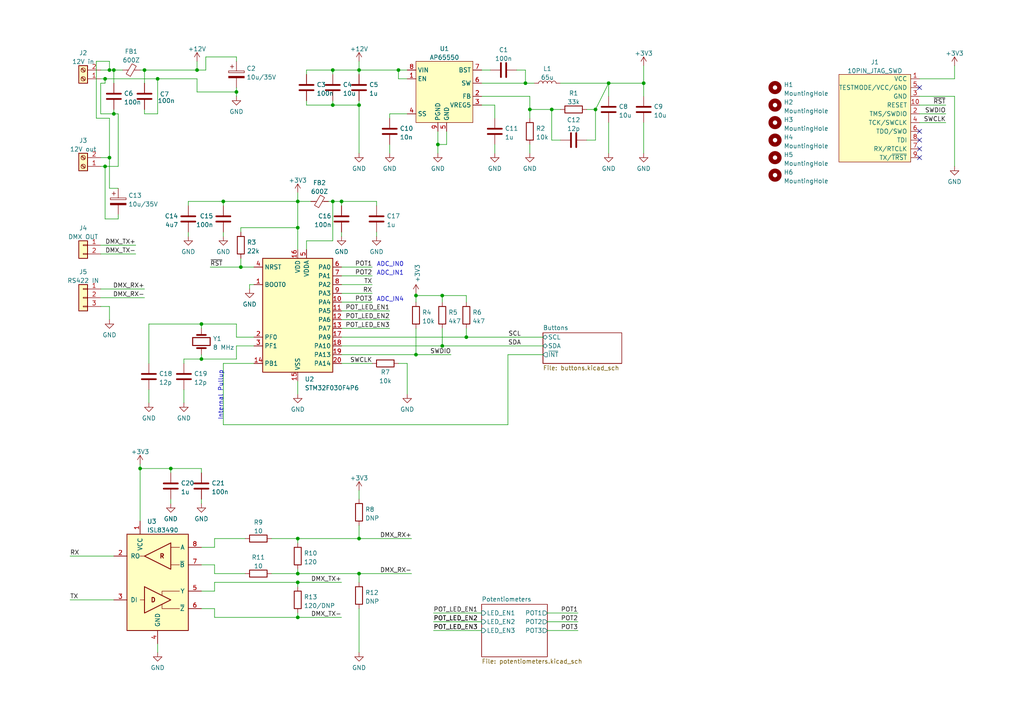
<source format=kicad_sch>
(kicad_sch (version 20211123) (generator eeschema)
  (paper "A4")
  (title_block (title "Microscope Ring Light Remote") (date "2022-07-23") (rev "v1.0") (company "Shimatta"))
  (lib_symbols
    (symbol "Connector:Screw_Terminal_01x02" (pin_names (offset 1.016) hide)
      (property "Reference" "J" (at 0 2.54 0))
      (property "Value" "Screw_Terminal_01x02" (at 0 -5.08 0))
      (symbol "Screw_Terminal_01x02_1_1"
        (rectangle (start -1.27 1.27) (end 1.27 -3.81) (stroke (width 0.254)) (fill (type background)))
        (circle (center 0 -2.54) (radius 0.635) (stroke (width 0.1524)))
        (polyline (pts (xy -0.5334 -2.2098) (xy 0.3302 -3.048)) (stroke (width 0.1524)))
        (polyline (pts (xy -0.5334 0.3302) (xy 0.3302 -0.508)) (stroke (width 0.1524)))
        (polyline (pts (xy -0.3556 -2.032) (xy 0.508 -2.8702)) (stroke (width 0.1524)))
        (polyline (pts (xy -0.3556 0.508) (xy 0.508 -0.3302)) (stroke (width 0.1524)))
        (circle (center 0 0) (radius 0.635) (stroke (width 0.1524)))
        (pin passive line (at -5.08 0 0) (length 3.81) (name "Pin_1") (number "1"))
        (pin passive line (at -5.08 -2.54 0) (length 3.81) (name "Pin_2") (number "2"))
      )
    )
    (symbol "Connector_Generic:Conn_01x02" (pin_names (offset 1.016) hide)
      (property "Reference" "J" (at 0 2.54 0))
      (property "Value" "Conn_01x02" (at 0 -5.08 0))
      (symbol "Conn_01x02_1_1"
        (rectangle (start -1.27 -2.413) (end 0 -2.667) (stroke (width 0.1524)))
        (rectangle (start -1.27 0.127) (end 0 -0.127) (stroke (width 0.1524)))
        (rectangle (start -1.27 1.27) (end 1.27 -3.81) (stroke (width 0.254)) (fill (type background)))
        (pin passive line (at -5.08 0 0) (length 3.81) (name "Pin_1") (number "1"))
        (pin passive line (at -5.08 -2.54 0) (length 3.81) (name "Pin_2") (number "2"))
      )
    )
    (symbol "Connector_Generic:Conn_01x03" (pin_names (offset 1.016) hide)
      (property "Reference" "J" (at 0 5.08 0))
      (property "Value" "Conn_01x03" (at 0 -5.08 0))
      (symbol "Conn_01x03_1_1"
        (rectangle (start -1.27 -2.413) (end 0 -2.667) (stroke (width 0.1524)))
        (rectangle (start -1.27 0.127) (end 0 -0.127) (stroke (width 0.1524)))
        (rectangle (start -1.27 2.667) (end 0 2.413) (stroke (width 0.1524)))
        (rectangle (start -1.27 3.81) (end 1.27 -3.81) (stroke (width 0.254)) (fill (type background)))
        (pin passive line (at -5.08 2.54 0) (length 3.81) (name "Pin_1") (number "1"))
        (pin passive line (at -5.08 0 0) (length 3.81) (name "Pin_2") (number "2"))
        (pin passive line (at -5.08 -2.54 0) (length 3.81) (name "Pin_3") (number "3"))
      )
    )
    (symbol "Device:C" (pin_numbers hide) (pin_names (offset 0.254))
      (property "Reference" "C" (at 0.635 2.54 0))
      (property "Value" "C" (at 0.635 -2.54 0))
      (symbol "C_0_1"
        (polyline (pts (xy -2.032 -0.762) (xy 2.032 -0.762)) (stroke (width 0.508)))
        (polyline (pts (xy -2.032 0.762) (xy 2.032 0.762)) (stroke (width 0.508)))
      )
      (symbol "C_1_1"
        (pin passive line (at 0 3.81 270) (length 2.794) (name "~") (number "1"))
        (pin passive line (at 0 -3.81 90) (length 2.794) (name "~") (number "2"))
      )
    )
    (symbol "Device:C_Polarized" (pin_numbers hide) (pin_names (offset 0.254))
      (property "Reference" "C" (at 0.635 2.54 0))
      (property "Value" "C_Polarized" (at 0.635 -2.54 0))
      (symbol "C_Polarized_0_1"
        (rectangle (start -2.286 0.508) (end 2.286 1.016))
        (polyline (pts (xy -1.778 2.286) (xy -0.762 2.286)))
        (polyline (pts (xy -1.27 2.794) (xy -1.27 1.778)))
        (rectangle (start 2.286 -0.508) (end -2.286 -1.016) (fill (type outline)))
      )
      (symbol "C_Polarized_1_1"
        (pin passive line (at 0 3.81 270) (length 2.794) (name "~") (number "1"))
        (pin passive line (at 0 -3.81 90) (length 2.794) (name "~") (number "2"))
      )
    )
    (symbol "Device:Crystal" (pin_numbers hide) (pin_names (offset 1.016) hide)
      (property "Reference" "Y" (at 0 3.81 0))
      (property "Value" "Crystal" (at 0 -3.81 0))
      (symbol "Crystal_0_1"
        (rectangle (start -1.143 2.54) (end 1.143 -2.54) (stroke (width 0.3048)))
        (polyline (pts (xy -2.54 0) (xy -1.905 0)))
        (polyline (pts (xy -1.905 -1.27) (xy -1.905 1.27)) (stroke (width 0.508)))
        (polyline (pts (xy 1.905 -1.27) (xy 1.905 1.27)) (stroke (width 0.508)))
        (polyline (pts (xy 2.54 0) (xy 1.905 0)))
      )
      (symbol "Crystal_1_1"
        (pin passive line (at -3.81 0 0) (length 1.27) (name "1") (number "1"))
        (pin passive line (at 3.81 0 180) (length 1.27) (name "2") (number "2"))
      )
    )
    (symbol "Device:FerriteBead_Small" (pin_numbers hide) (pin_names (offset 0))
      (property "Reference" "FB" (at 1.905 1.27 0))
      (property "Value" "FerriteBead_Small" (at 1.905 -1.27 0))
      (symbol "FerriteBead_Small_0_1"
        (polyline (pts (xy 0 -1.27) (xy 0 -0.7874)))
        (polyline (pts (xy 0 0.889) (xy 0 1.2954)))
        (polyline (pts (xy -1.8288 0.2794) (xy -1.1176 1.4986) (xy 1.8288 -0.2032) (xy 1.1176 -1.4224) (xy -1.8288 0.2794)))
      )
      (symbol "FerriteBead_Small_1_1"
        (pin passive line (at 0 2.54 270) (length 1.27) (name "~") (number "1"))
        (pin passive line (at 0 -2.54 90) (length 1.27) (name "~") (number "2"))
      )
    )
    (symbol "Device:L" (pin_numbers hide) (pin_names (offset 1.016) hide)
      (property "Reference" "L" (at -1.27 0 90))
      (property "Value" "L" (at 1.905 0 90))
      (symbol "L_0_1"
        (arc (start 0 -2.54) (mid 0.635 -1.905) (end 0 -1.27))
        (arc (start 0 -1.27) (mid 0.635 -0.635) (end 0 0))
        (arc (start 0 0) (mid 0.635 0.635) (end 0 1.27))
        (arc (start 0 1.27) (mid 0.635 1.905) (end 0 2.54))
      )
      (symbol "L_1_1"
        (pin passive line (at 0 3.81 270) (length 1.27) (name "1") (number "1"))
        (pin passive line (at 0 -3.81 90) (length 1.27) (name "2") (number "2"))
      )
    )
    (symbol "Device:R" (pin_numbers hide) (pin_names (offset 0))
      (property "Reference" "R" (at 2.032 0 90))
      (property "Value" "R" (at 0 0 90))
      (symbol "R_0_1"
        (rectangle (start -1.016 -2.54) (end 1.016 2.54) (stroke (width 0.254)))
      )
      (symbol "R_1_1"
        (pin passive line (at 0 3.81 270) (length 1.27) (name "~") (number "1"))
        (pin passive line (at 0 -3.81 90) (length 1.27) (name "~") (number "2"))
      )
    )
    (symbol "MCU_ST_STM32F0:STM32F030F4Px"
      (property "Reference" "U" (at -10.16 16.51 0))
      (property "Value" "STM32F030F4Px" (at 5.08 16.51 0))
      (symbol "STM32F030F4Px_0_1"
        (rectangle (start -10.16 -17.78) (end 10.16 15.24) (stroke (width 0.254)) (fill (type background)))
      )
      (symbol "STM32F030F4Px_1_1"
        (pin input line (at -12.7 7.62 0) (length 2.54) (name "BOOT0") (number "1"))
        (pin bidirectional line (at 12.7 2.54 180) (length 2.54) (name "PA4") (number "10"))
        (pin bidirectional line (at 12.7 0 180) (length 2.54) (name "PA5") (number "11"))
        (pin bidirectional line (at 12.7 -2.54 180) (length 2.54) (name "PA6") (number "12"))
        (pin bidirectional line (at 12.7 -5.08 180) (length 2.54) (name "PA7") (number "13"))
        (pin bidirectional line (at -12.7 -15.24 0) (length 2.54) (name "PB1") (number "14"))
        (pin power_in line (at 0 -20.32 90) (length 2.54) (name "VSS") (number "15"))
        (pin power_in line (at 0 17.78 270) (length 2.54) (name "VDD") (number "16"))
        (pin bidirectional line (at 12.7 -7.62 180) (length 2.54) (name "PA9") (number "17"))
        (pin bidirectional line (at 12.7 -10.16 180) (length 2.54) (name "PA10") (number "18"))
        (pin bidirectional line (at 12.7 -12.7 180) (length 2.54) (name "PA13") (number "19"))
        (pin input line (at -12.7 -7.62 0) (length 2.54) (name "PF0") (number "2"))
        (pin bidirectional line (at 12.7 -15.24 180) (length 2.54) (name "PA14") (number "20"))
        (pin input line (at -12.7 -10.16 0) (length 2.54) (name "PF1") (number "3"))
        (pin input line (at -12.7 12.7 0) (length 2.54) (name "NRST") (number "4"))
        (pin power_in line (at 2.54 17.78 270) (length 2.54) (name "VDDA") (number "5"))
        (pin bidirectional line (at 12.7 12.7 180) (length 2.54) (name "PA0") (number "6"))
        (pin bidirectional line (at 12.7 10.16 180) (length 2.54) (name "PA1") (number "7"))
        (pin bidirectional line (at 12.7 7.62 180) (length 2.54) (name "PA2") (number "8"))
        (pin bidirectional line (at 12.7 5.08 180) (length 2.54) (name "PA3") (number "9"))
      )
    )
    (symbol "Mechanical:MountingHole" (pin_names (offset 1.016))
      (property "Reference" "H" (at 0 5.08 0))
      (property "Value" "MountingHole" (at 0 3.175 0))
      (symbol "MountingHole_0_1"
        (circle (center 0 0) (radius 1.27) (stroke (width 1.27)))
      )
    )
    (symbol "power:+12V" (power) (pin_names (offset 0))
      (property "Value" "+12V" (at 0 3.556 0))
      (symbol "+12V_0_1"
        (polyline (pts (xy -0.762 1.27) (xy 0 2.54)))
        (polyline (pts (xy 0 0) (xy 0 2.54)))
        (polyline (pts (xy 0 2.54) (xy 0.762 1.27)))
      )
      (symbol "+12V_1_1"
        (pin power_in line (at 0 0 90) (length 0) hide (name "+12V") (number "1"))
      )
    )
    (symbol "power:+3V3" (power) (pin_names (offset 0))
      (property "Value" "+3V3" (at 0 3.556 0))
      (symbol "+3V3_0_1"
        (polyline (pts (xy -0.762 1.27) (xy 0 2.54)))
        (polyline (pts (xy 0 0) (xy 0 2.54)))
        (polyline (pts (xy 0 2.54) (xy 0.762 1.27)))
      )
      (symbol "+3V3_1_1"
        (pin power_in line (at 0 0 90) (length 0) hide (name "+3V3") (number "1"))
      )
    )
    (symbol "power:GND" (power) (pin_names (offset 0))
      (property "Value" "GND" (at 0 -3.81 0))
      (symbol "GND_0_1"
        (polyline (pts (xy 0 0) (xy 0 -1.27) (xy 1.27 -1.27) (xy 0 -2.54) (xy -1.27 -1.27) (xy 0 -1.27)))
      )
      (symbol "GND_1_1"
        (pin power_in line (at 0 0 270) (length 0) hide (name "GND") (number "1"))
      )
    )
    (symbol "shimatta_connectors:10PIN_JTAG_SWD" (pin_names (offset 1.016))
      (property "Reference" "J" (at -7.112 1.016 0))
      (property "Value" "10PIN_JTAG_SWD" (at 0.254 2.794 0))
      (symbol "10PIN_JTAG_SWD_0_1"
        (rectangle (start -20.828 0) (end 0 -25.4) (fill (type background)))
      )
      (symbol "10PIN_JTAG_SWD_1_1"
        (pin passive line (at 2.54 -1.27 180) (length 2.54) (name "VCC") (number "1"))
        (pin passive line (at 2.54 -8.89 180) (length 2.54) (name "RESET") (number "10"))
        (pin passive line (at 2.54 -11.43 180) (length 2.54) (name "TMS/SWDIO") (number "2"))
        (pin passive line (at 2.54 -6.35 180) (length 2.54) (name "GND") (number "3"))
        (pin passive line (at 2.54 -13.97 180) (length 2.54) (name "TCK/SWCLK") (number "4"))
        (pin passive line (at 2.54 -3.81 180) (length 2.54) (name "TESTMODE/VCC/GND") (number "5"))
        (pin passive line (at 2.54 -16.51 180) (length 2.54) (name "TDO/SWO") (number "6"))
        (pin passive line (at 2.54 -21.59 180) (length 2.54) (name "RX/RTCLK") (number "7"))
        (pin passive line (at 2.54 -19.05 180) (length 2.54) (name "TDI") (number "8"))
        (pin passive line (at 2.54 -24.13 180) (length 2.54) (name "TX/~{TRST}") (number "9"))
      )
    )
    (symbol "shimatta_interface:ISL83490" (pin_names (offset 1.016))
      (property "Reference" "U" (at -7.62 -15.24 0))
      (property "Value" "ISL83490" (at 0 15.24 0))
      (symbol "ISL83490_0_0"
        (text "D" (at -1.27 -5.08 0) (effects (font (size 1.27 1.27) bold)))
        (text "R" (at 1.27 7.62 0) (effects (font (size 1.27 1.27) bold)))
      )
      (symbol "ISL83490_0_1"
        (rectangle (start -8.89 13.97) (end 8.89 -13.97) (stroke (width 0.254)) (fill (type background)))
        (polyline (pts (xy -5.08 -5.08) (xy -3.81 -5.08)))
        (polyline (pts (xy -3.81 7.62) (xy -5.08 7.62)))
        (polyline (pts (xy 6.35 5.08) (xy 3.81 5.08) (xy 3.81 5.08)))
        (polyline (pts (xy 6.35 10.16) (xy 3.81 10.16) (xy 3.81 10.16)))
        (polyline (pts (xy 6.35 -7.62) (xy 1.27 -7.62) (xy 1.27 -6.35) (xy 1.27 -6.35)))
        (polyline (pts (xy 6.35 -2.54) (xy 1.27 -2.54) (xy 1.27 -3.81) (xy 1.27 -3.81)))
        (polyline (pts (xy -3.81 -1.27) (xy -3.81 -8.89) (xy 3.81 -5.08) (xy -3.81 -1.27) (xy -3.81 -1.27)) (stroke (width 0.254)))
        (polyline (pts (xy 3.81 11.43) (xy 3.81 3.81) (xy -3.81 7.62) (xy 3.81 11.43) (xy 3.81 11.43)) (stroke (width 0.254)))
      )
      (symbol "ISL83490_1_1"
        (pin power_in line (at -5.08 17.78 270) (length 3.81) (name "VCC") (number "1"))
        (pin output line (at -12.7 7.62 0) (length 3.81) (name "RO") (number "2"))
        (pin input line (at -12.7 -5.08 0) (length 3.81) (name "DI") (number "3"))
        (pin power_in line (at 0 -17.78 90) (length 3.81) (name "GND") (number "4"))
        (pin output line (at 12.7 -2.54 180) (length 3.81) (name "Y") (number "5"))
        (pin output line (at 12.7 -7.62 180) (length 3.81) (name "~{Z}") (number "6"))
        (pin input line (at 12.7 5.08 180) (length 3.81) (name "~{B}") (number "7"))
        (pin input line (at 12.7 10.16 180) (length 3.81) (name "A") (number "8"))
      )
    )
    (symbol "shimatta_regulators:AP65550"
      (property "Reference" "U" (at 1.27 1.27 0))
      (property "Value" "AP65550" (at 12.7 1.27 0))
      (symbol "AP65550_0_1"
        (rectangle (start 0 0) (end 16.51 -17.78) (stroke (width 0.1524)) (fill (type background)))
      )
      (symbol "AP65550_1_1"
        (pin input line (at -2.54 -5.08 0) (length 2.54) (name "EN") (number "1"))
        (pin input line (at 19.05 -10.16 180) (length 2.54) (name "FB") (number "2"))
        (pin passive line (at 19.05 -12.7 180) (length 2.54) (name "VREG5") (number "3"))
        (pin passive line (at -2.54 -15.24 0) (length 2.54) (name "SS") (number "4"))
        (pin power_in line (at 8.89 -20.32 90) (length 2.54) (name "GND") (number "5"))
        (pin power_out line (at 19.05 -6.35 180) (length 2.54) (name "SW") (number "6"))
        (pin passive line (at 19.05 -2.54 180) (length 2.54) (name "BST") (number "7"))
        (pin power_in line (at -2.54 -2.54 0) (length 2.54) (name "VIN") (number "8"))
        (pin power_in line (at 6.35 -20.32 90) (length 2.54) (name "PGND") (number "9"))
      )
    )
  )
  (junction (at 49.53 135.89))
  (junction (at 57.15 20.32))
  (junction (at 69.85 77.47))
  (junction (at 68.58 26.67))
  (junction (at 96.52 58.42))
  (junction (at 176.53 24.13))
  (junction (at 41.91 20.32))
  (junction (at 86.36 168.91))
  (junction (at 127 41.91))
  (junction (at 96.52 20.32))
  (junction (at 135.255 97.79))
  (junction (at 58.42 104.14))
  (junction (at 86.36 66.04))
  (junction (at 30.48 22.86))
  (junction (at 86.36 58.42))
  (junction (at 30.48 48.26))
  (junction (at 40.64 135.89))
  (junction (at 160.02 31.75))
  (junction (at 186.69 24.13))
  (junction (at 99.06 58.42))
  (junction (at 86.36 156.21))
  (junction (at 33.02 20.32))
  (junction (at 115.57 20.32))
  (junction (at 58.42 93.98))
  (junction (at 172.72 31.75))
  (junction (at 152.4 24.13))
  (junction (at 128.27 100.33))
  (junction (at 86.36 166.37))
  (junction (at 104.14 30.48))
  (junction (at 120.65 102.87))
  (junction (at 153.67 31.75))
  (junction (at 31.75 45.72))
  (junction (at 96.52 30.48))
  (junction (at 31.75 20.32))
  (junction (at 86.36 179.07))
  (junction (at 104.14 166.37))
  (junction (at 128.27 85.725))
  (junction (at 64.77 58.42))
  (junction (at 45.72 22.86))
  (junction (at 104.14 20.32))
  (junction (at 120.65 85.725))
  (junction (at 104.14 156.21))
  (junction (at 33.02 33.02))
  (no_connect (at 266.7 38.1))
  (no_connect (at 266.7 40.64))
  (no_connect (at 266.7 45.72))
  (no_connect (at 266.7 43.18))
  (no_connect (at 266.7 25.4))
  (wire (pts (xy 99.06 67.31) (xy 99.06 68.58)))
  (wire (pts (xy 78.74 156.21) (xy 86.36 156.21)))
  (wire (pts (xy 64.77 58.42) (xy 86.36 58.42)))
  (wire (pts (xy 86.36 156.21) (xy 86.36 157.48)))
  (wire (pts (xy 86.36 156.21) (xy 104.14 156.21)))
  (wire (pts (xy 104.14 17.78) (xy 104.14 20.32)))
  (wire (pts (xy 153.67 41.91) (xy 153.67 44.45)))
  (wire (pts (xy 120.65 85.725) (xy 120.65 85.09)))
  (wire (pts (xy 40.64 135.89) (xy 40.64 151.13)))
  (wire (pts (xy 125.73 180.34) (xy 139.7 180.34)))
  (wire (pts (xy 176.53 24.13) (xy 186.69 24.13)))
  (wire (pts (xy 129.54 41.91) (xy 129.54 38.1)))
  (wire (pts (xy 73.66 82.55) (xy 72.39 82.55)))
  (wire (pts (xy 153.67 27.94) (xy 139.7 27.94)))
  (wire (pts (xy 109.22 58.42) (xy 109.22 59.69)))
  (wire (pts (xy 104.14 20.32) (xy 104.14 21.59)))
  (wire (pts (xy 31.75 34.29) (xy 27.94 34.29)))
  (wire (pts (xy 128.27 100.33) (xy 157.48 100.33)))
  (wire (pts (xy 30.48 22.86) (xy 45.72 22.86)))
  (wire (pts (xy 62.23 171.45) (xy 62.23 168.91)))
  (wire (pts (xy 99.06 82.55) (xy 107.95 82.55)))
  (wire (pts (xy 58.42 176.53) (xy 62.23 176.53)))
  (wire (pts (xy 115.57 20.32) (xy 104.14 20.32)))
  (wire (pts (xy 86.36 110.49) (xy 86.36 114.3)))
  (wire (pts (xy 64.77 67.31) (xy 64.77 68.58)))
  (wire (pts (xy 34.29 62.23) (xy 34.29 63.5)))
  (wire (pts (xy 99.06 58.42) (xy 109.22 58.42)))
  (wire (pts (xy 43.18 93.98) (xy 43.18 105.41)))
  (wire (pts (xy 128.27 85.725) (xy 135.255 85.725)))
  (wire (pts (xy 172.72 40.64) (xy 172.72 31.75)))
  (wire (pts (xy 172.72 31.75) (xy 176.53 24.13)))
  (wire (pts (xy 96.52 30.48) (xy 88.9 30.48)))
  (wire (pts (xy 64.77 105.41) (xy 64.77 123.19)))
  (wire (pts (xy 62.23 166.37) (xy 71.12 166.37)))
  (wire (pts (xy 99.06 58.42) (xy 99.06 59.69)))
  (wire (pts (xy 186.69 24.13) (xy 186.69 27.94)))
  (wire (pts (xy 157.48 102.87) (xy 147.32 102.87)))
  (wire (pts (xy 31.75 45.72) (xy 31.75 54.61)))
  (wire (pts (xy 58.42 158.75) (xy 62.23 158.75)))
  (wire (pts (xy 120.65 87.63) (xy 120.65 85.725)))
  (wire (pts (xy 40.64 134.62) (xy 40.64 135.89)))
  (wire (pts (xy 88.9 21.59) (xy 88.9 20.32)))
  (wire (pts (xy 115.57 22.86) (xy 115.57 20.32)))
  (wire (pts (xy 99.06 105.41) (xy 107.95 105.41)))
  (wire (pts (xy 59.69 20.32) (xy 57.15 20.32)))
  (wire (pts (xy 120.65 85.725) (xy 128.27 85.725)))
  (wire (pts (xy 54.61 67.31) (xy 54.61 68.58)))
  (wire (pts (xy 99.06 92.71) (xy 113.03 92.71)))
  (wire (pts (xy 160.02 31.75) (xy 162.56 31.75)))
  (wire (pts (xy 49.53 135.89) (xy 49.53 137.16)))
  (wire (pts (xy 266.7 22.86) (xy 276.86 22.86)))
  (wire (pts (xy 266.7 30.48) (xy 274.32 30.48)))
  (wire (pts (xy 147.32 102.87) (xy 147.32 123.19)))
  (wire (pts (xy 29.21 86.36) (xy 41.91 86.36)))
  (wire (pts (xy 58.42 93.98) (xy 43.18 93.98)))
  (wire (pts (xy 99.06 100.33) (xy 128.27 100.33)))
  (wire (pts (xy 69.85 66.04) (xy 86.36 66.04)))
  (wire (pts (xy 128.27 95.25) (xy 128.27 100.33)))
  (wire (pts (xy 88.9 20.32) (xy 96.52 20.32)))
  (wire (pts (xy 58.42 171.45) (xy 62.23 171.45)))
  (wire (pts (xy 139.7 30.48) (xy 143.51 30.48)))
  (wire (pts (xy 127 41.91) (xy 127 44.45)))
  (wire (pts (xy 135.255 95.25) (xy 135.255 97.79)))
  (wire (pts (xy 64.77 105.41) (xy 73.66 105.41)))
  (wire (pts (xy 127 38.1) (xy 127 41.91)))
  (wire (pts (xy 64.77 58.42) (xy 64.77 59.69)))
  (wire (pts (xy 59.69 16.51) (xy 59.69 20.32)))
  (wire (pts (xy 153.67 31.75) (xy 160.02 31.75)))
  (wire (pts (xy 109.22 67.31) (xy 109.22 68.58)))
  (wire (pts (xy 96.52 58.42) (xy 96.52 69.85)))
  (wire (pts (xy 170.18 31.75) (xy 172.72 31.75)))
  (wire (pts (xy 68.58 104.14) (xy 58.42 104.14)))
  (wire (pts (xy 53.34 113.03) (xy 53.34 116.84)))
  (wire (pts (xy 62.23 158.75) (xy 62.23 156.21)))
  (wire (pts (xy 125.73 182.88) (xy 139.7 182.88)))
  (wire (pts (xy 68.58 26.67) (xy 68.58 27.94)))
  (wire (pts (xy 33.02 20.32) (xy 35.56 20.32)))
  (wire (pts (xy 57.15 26.67) (xy 68.58 26.67)))
  (wire (pts (xy 29.21 83.82) (xy 41.91 83.82)))
  (wire (pts (xy 29.21 73.66) (xy 39.37 73.66)))
  (wire (pts (xy 69.85 67.31) (xy 69.85 66.04)))
  (wire (pts (xy 266.7 27.94) (xy 276.86 27.94)))
  (wire (pts (xy 104.14 142.24) (xy 104.14 144.78)))
  (wire (pts (xy 20.32 161.29) (xy 33.02 161.29)))
  (wire (pts (xy 45.72 33.02) (xy 45.72 22.86)))
  (wire (pts (xy 62.23 179.07) (xy 86.36 179.07)))
  (wire (pts (xy 27.94 34.29) (xy 27.94 17.78)))
  (wire (pts (xy 53.34 104.14) (xy 53.34 105.41)))
  (wire (pts (xy 86.36 179.07) (xy 99.06 179.07)))
  (wire (pts (xy 96.52 20.32) (xy 104.14 20.32)))
  (wire (pts (xy 186.69 19.05) (xy 186.69 24.13)))
  (wire (pts (xy 158.75 177.8) (xy 167.64 177.8)))
  (wire (pts (xy 86.36 165.1) (xy 86.36 166.37)))
  (wire (pts (xy 135.255 97.79) (xy 157.48 97.79)))
  (wire (pts (xy 147.32 123.19) (xy 64.77 123.19)))
  (wire (pts (xy 29.21 33.02) (xy 29.21 24.13)))
  (wire (pts (xy 33.02 31.75) (xy 33.02 33.02)))
  (wire (pts (xy 96.52 30.48) (xy 104.14 30.48)))
  (wire (pts (xy 158.75 182.88) (xy 167.64 182.88)))
  (wire (pts (xy 99.06 87.63) (xy 107.95 87.63)))
  (wire (pts (xy 153.67 31.75) (xy 153.67 27.94)))
  (wire (pts (xy 58.42 163.83) (xy 62.23 163.83)))
  (wire (pts (xy 152.4 20.32) (xy 152.4 24.13)))
  (wire (pts (xy 176.53 24.13) (xy 176.53 27.94)))
  (wire (pts (xy 115.57 105.41) (xy 118.11 105.41)))
  (wire (pts (xy 104.14 29.21) (xy 104.14 30.48)))
  (wire (pts (xy 86.36 168.91) (xy 86.36 170.18)))
  (wire (pts (xy 104.14 156.21) (xy 119.38 156.21)))
  (wire (pts (xy 54.61 58.42) (xy 64.77 58.42)))
  (wire (pts (xy 96.52 58.42) (xy 99.06 58.42)))
  (wire (pts (xy 57.15 17.78) (xy 57.15 20.32)))
  (wire (pts (xy 41.91 31.75) (xy 41.91 33.02)))
  (wire (pts (xy 276.86 19.05) (xy 276.86 22.86)))
  (wire (pts (xy 45.72 186.69) (xy 45.72 189.23)))
  (wire (pts (xy 30.48 63.5) (xy 30.48 48.26)))
  (wire (pts (xy 104.14 166.37) (xy 104.14 168.91)))
  (wire (pts (xy 34.29 48.26) (xy 34.29 33.02)))
  (wire (pts (xy 266.7 33.02) (xy 274.32 33.02)))
  (wire (pts (xy 41.91 20.32) (xy 41.91 24.13)))
  (wire (pts (xy 128.27 85.725) (xy 128.27 87.63)))
  (wire (pts (xy 78.74 166.37) (xy 86.36 166.37)))
  (wire (pts (xy 88.9 30.48) (xy 88.9 29.21)))
  (wire (pts (xy 104.14 166.37) (xy 119.38 166.37)))
  (wire (pts (xy 86.36 166.37) (xy 104.14 166.37)))
  (wire (pts (xy 99.06 80.01) (xy 107.95 80.01)))
  (wire (pts (xy 40.64 20.32) (xy 41.91 20.32)))
  (wire (pts (xy 99.06 97.79) (xy 135.255 97.79)))
  (wire (pts (xy 113.03 41.91) (xy 113.03 44.45)))
  (wire (pts (xy 120.65 95.25) (xy 120.65 102.87)))
  (wire (pts (xy 125.73 177.8) (xy 139.7 177.8)))
  (wire (pts (xy 139.7 20.32) (xy 142.24 20.32)))
  (wire (pts (xy 68.58 17.78) (xy 68.58 16.51)))
  (wire (pts (xy 86.36 177.8) (xy 86.36 179.07)))
  (wire (pts (xy 86.36 168.91) (xy 99.06 168.91)))
  (wire (pts (xy 58.42 104.14) (xy 58.42 102.87)))
  (wire (pts (xy 96.52 20.32) (xy 96.52 21.59)))
  (wire (pts (xy 118.11 33.02) (xy 113.03 33.02)))
  (wire (pts (xy 99.06 102.87) (xy 120.65 102.87)))
  (wire (pts (xy 29.21 48.26) (xy 30.48 48.26)))
  (wire (pts (xy 54.61 59.69) (xy 54.61 58.42)))
  (wire (pts (xy 118.11 22.86) (xy 115.57 22.86)))
  (wire (pts (xy 33.02 33.02) (xy 29.21 33.02)))
  (wire (pts (xy 69.85 77.47) (xy 73.66 77.47)))
  (wire (pts (xy 34.29 63.5) (xy 30.48 63.5)))
  (wire (pts (xy 99.06 77.47) (xy 107.95 77.47)))
  (wire (pts (xy 162.56 24.13) (xy 176.53 24.13)))
  (wire (pts (xy 99.06 90.17) (xy 113.03 90.17)))
  (wire (pts (xy 45.72 22.86) (xy 57.15 22.86)))
  (wire (pts (xy 29.21 22.86) (xy 30.48 22.86)))
  (wire (pts (xy 68.58 93.98) (xy 68.58 97.79)))
  (wire (pts (xy 58.42 137.16) (xy 58.42 135.89)))
  (wire (pts (xy 96.52 29.21) (xy 96.52 30.48)))
  (wire (pts (xy 41.91 33.02) (xy 45.72 33.02)))
  (wire (pts (xy 40.64 135.89) (xy 49.53 135.89)))
  (wire (pts (xy 58.42 93.98) (xy 68.58 93.98)))
  (wire (pts (xy 120.65 102.87) (xy 130.81 102.87)))
  (wire (pts (xy 31.75 17.78) (xy 31.75 20.32)))
  (wire (pts (xy 99.06 95.25) (xy 113.03 95.25)))
  (wire (pts (xy 95.25 58.42) (xy 96.52 58.42)))
  (wire (pts (xy 30.48 24.13) (xy 30.48 22.86)))
  (wire (pts (xy 143.51 41.91) (xy 143.51 44.45)))
  (wire (pts (xy 86.36 58.42) (xy 90.17 58.42)))
  (wire (pts (xy 33.02 20.32) (xy 33.02 24.13)))
  (wire (pts (xy 62.23 176.53) (xy 62.23 179.07)))
  (wire (pts (xy 152.4 24.13) (xy 154.94 24.13)))
  (wire (pts (xy 30.48 48.26) (xy 34.29 48.26)))
  (wire (pts (xy 60.96 77.47) (xy 69.85 77.47)))
  (wire (pts (xy 62.23 163.83) (xy 62.23 166.37)))
  (wire (pts (xy 29.21 24.13) (xy 30.48 24.13)))
  (wire (pts (xy 58.42 144.78) (xy 58.42 146.05)))
  (wire (pts (xy 149.86 20.32) (xy 152.4 20.32)))
  (wire (pts (xy 31.75 88.9) (xy 31.75 92.71)))
  (wire (pts (xy 68.58 25.4) (xy 68.58 26.67)))
  (wire (pts (xy 86.36 55.88) (xy 86.36 58.42)))
  (wire (pts (xy 68.58 100.33) (xy 68.58 104.14)))
  (wire (pts (xy 276.86 27.94) (xy 276.86 48.26)))
  (wire (pts (xy 104.14 176.53) (xy 104.14 189.23)))
  (wire (pts (xy 115.57 20.32) (xy 118.11 20.32)))
  (wire (pts (xy 31.75 45.72) (xy 31.75 34.29)))
  (wire (pts (xy 186.69 35.56) (xy 186.69 44.45)))
  (wire (pts (xy 86.36 58.42) (xy 86.36 66.04)))
  (wire (pts (xy 266.7 35.56) (xy 274.32 35.56)))
  (wire (pts (xy 29.21 88.9) (xy 31.75 88.9)))
  (wire (pts (xy 20.32 173.99) (xy 33.02 173.99)))
  (wire (pts (xy 127 41.91) (xy 129.54 41.91)))
  (wire (pts (xy 99.06 85.09) (xy 107.95 85.09)))
  (wire (pts (xy 143.51 30.48) (xy 143.51 34.29)))
  (wire (pts (xy 49.53 135.89) (xy 58.42 135.89)))
  (wire (pts (xy 113.03 33.02) (xy 113.03 34.29)))
  (wire (pts (xy 73.66 100.33) (xy 68.58 100.33)))
  (wire (pts (xy 162.56 40.64) (xy 160.02 40.64)))
  (wire (pts (xy 58.42 104.14) (xy 53.34 104.14)))
  (wire (pts (xy 62.23 156.21) (xy 71.12 156.21)))
  (wire (pts (xy 58.42 95.25) (xy 58.42 93.98)))
  (wire (pts (xy 160.02 31.75) (xy 160.02 40.64)))
  (wire (pts (xy 176.53 35.56) (xy 176.53 44.45)))
  (wire (pts (xy 72.39 82.55) (xy 72.39 83.82)))
  (wire (pts (xy 139.7 24.13) (xy 152.4 24.13)))
  (wire (pts (xy 29.21 71.12) (xy 39.37 71.12)))
  (wire (pts (xy 118.11 105.41) (xy 118.11 114.3)))
  (wire (pts (xy 41.91 20.32) (xy 57.15 20.32)))
  (wire (pts (xy 29.21 45.72) (xy 31.75 45.72)))
  (wire (pts (xy 96.52 69.85) (xy 88.9 69.85)))
  (wire (pts (xy 170.18 40.64) (xy 172.72 40.64)))
  (wire (pts (xy 135.255 85.725) (xy 135.255 87.63)))
  (wire (pts (xy 68.58 16.51) (xy 59.69 16.51)))
  (wire (pts (xy 158.75 180.34) (xy 167.64 180.34)))
  (wire (pts (xy 34.29 33.02) (xy 33.02 33.02)))
  (wire (pts (xy 88.9 69.85) (xy 88.9 72.39)))
  (wire (pts (xy 68.58 97.79) (xy 73.66 97.79)))
  (wire (pts (xy 153.67 34.29) (xy 153.67 31.75)))
  (wire (pts (xy 31.75 20.32) (xy 33.02 20.32)))
  (wire (pts (xy 49.53 144.78) (xy 49.53 146.05)))
  (wire (pts (xy 62.23 168.91) (xy 86.36 168.91)))
  (wire (pts (xy 86.36 66.04) (xy 86.36 72.39)))
  (wire (pts (xy 57.15 22.86) (xy 57.15 26.67)))
  (wire (pts (xy 29.21 20.32) (xy 31.75 20.32)))
  (wire (pts (xy 69.85 74.93) (xy 69.85 77.47)))
  (wire (pts (xy 104.14 30.48) (xy 104.14 44.45)))
  (wire (pts (xy 31.75 54.61) (xy 34.29 54.61)))
  (wire (pts (xy 104.14 152.4) (xy 104.14 156.21)))
  (wire (pts (xy 27.94 17.78) (xy 31.75 17.78)))
  (wire (pts (xy 43.18 113.03) (xy 43.18 116.84)))
  (text "ADC_IN1" (at 109.22 80.01 0) (effects (font (size 1.27 1.27)) (justify left bottom)))
  (text "Internal Pullup" (at 64.77 121.92 90) (effects (font (size 1.27 1.27)) (justify left bottom)))
  (text "ADC_IN4" (at 109.22 87.63 0) (effects (font (size 1.27 1.27)) (justify left bottom)))
  (text "ADC_IN0" (at 109.22 77.47 0) (effects (font (size 1.27 1.27)) (justify left bottom)))
  (label "DMX_RX+" (at 41.91 83.82 180))
  (label "POT_LED_EN3" (at 125.73 182.88 0))
  (label "POT_LED_EN2" (at 125.73 180.34 0))
  (label "POT1" (at 167.64 177.8 180))
  (label "SWDIO" (at 274.32 33.02 180))
  (label "DMX_TX-" (at 39.37 73.66 180))
  (label "POT_LED_EN3" (at 125.73 182.88 0))
  (label "POT_LED_EN1" (at 113.03 90.17 180))
  (label "POT_LED_EN2" (at 125.73 180.34 0))
  (label "POT2" (at 167.64 180.34 180))
  (label "SCL" (at 151.13 97.79 180))
  (label "~{RST}" (at 274.32 30.48 180))
  (label "TX" (at 107.95 82.55 180))
  (label "DMX_TX+" (at 99.06 168.91 180))
  (label "POT3" (at 107.95 87.63 180))
  (label "SWDIO" (at 130.81 102.87 180))
  (label "SWCLK" (at 274.32 35.56 180))
  (label "POT_LED_EN1" (at 125.73 177.8 0))
  (label "RX" (at 20.32 161.29 0))
  (label "POT_LED_EN2" (at 113.03 92.71 180))
  (label "POT2" (at 107.95 80.01 180))
  (label "DMX_RX+" (at 119.38 156.21 180))
  (label "POT3" (at 167.64 182.88 180))
  (label "DMX_RX-" (at 119.38 166.37 180))
  (label "DMX_TX+" (at 39.37 71.12 180))
  (label "SWCLK" (at 107.95 105.41 180))
  (label "POT1" (at 107.95 77.47 180))
  (label "TX" (at 20.32 173.99 0))
  (label "~{RST}" (at 60.96 77.47 0))
  (label "DMX_RX-" (at 41.91 86.36 180))
  (label "RX" (at 107.95 85.09 180))
  (label "DMX_TX-" (at 99.06 179.07 180))
  (label "SDA" (at 151.13 100.33 180))
  (label "POT_LED_EN3" (at 113.03 95.25 180))
  (symbol (lib_id "shimatta_connectors:10PIN_JTAG_SWD") (at 264.16 21.59 0) (unit 1)
    (property "Reference" "J1" (at 253.746 18.0172 0))
    (property "Value" "10PIN_JTAG_SWD" (at 253.746 20.5541 0))
    (property "Footprint" "Connector:Tag-Connect_TC2050-IDC-FP_2x05_P1.27mm_Vertical" (effects hide))
  )
  (symbol (lib_id "Device:C") (at 186.69 31.75 0) (unit 1)
    (property "Reference" "C9" (at 189.611 30.9153 0) (effects (justify left)))
    (property "Value" "10u" (at 189.611 33.4522 0) (effects (justify left)))
    (property "Footprint" "Capacitor_SMD:C_0805_2012Metric" (effects hide))
  )
  (symbol (lib_id "Device:R") (at 69.85 71.12 0) (unit 1)
    (property "Reference" "R3" (at 71.628 70.2853 0) (effects (justify left)))
    (property "Value" "22k" (at 71.628 72.8222 0) (effects (justify left)))
    (property "Footprint" "Resistor_SMD:R_0603_1608Metric" (effects hide))
  )
  (symbol (lib_id "Device:C_Polarized") (at 34.29 58.42 0) (unit 1)
    (property "Reference" "C13" (at 37.211 56.6963 0) (effects (justify left)))
    (property "Value" "10u/35V" (at 37.211 59.2332 0) (effects (justify left)))
    (property "Footprint" "Capacitor_SMD:CP_Elec_5x5.4" (effects hide))
  )
  (symbol (lib_id "power:GND") (at 113.03 44.45 0) (unit 1)
    (property "Reference" "#PWR07" (effects hide))
    (property "Value" "GND" (at 113.03 48.8934 0))
  )
  (symbol (lib_id "power:GND") (at 127 44.45 0) (unit 1)
    (property "Reference" "#PWR08" (effects hide))
    (property "Value" "GND" (at 127 48.8934 0))
  )
  (symbol (lib_id "Device:C") (at 96.52 25.4 0) (unit 1)
    (property "Reference" "C4" (at 99.441 24.5653 0) (effects (justify left)))
    (property "Value" "10u" (at 99.441 27.1022 0) (effects (justify left)))
    (property "Footprint" "Capacitor_SMD:C_1210_3225Metric" (effects hide))
  )
  (symbol (lib_id "Connector_Generic:Conn_01x03") (at 24.13 86.36 0) (mirror y) (unit 1)
    (property "Reference" "J5" (at 24.13 78.8502 0))
    (property "Value" "RS422 IN" (at 24.13 81.3871 0))
    (property "Footprint" "TerminalBlock:TerminalBlock_bornier-3_P5.08mm" (effects hide))
  )
  (symbol (lib_id "power:+3V3") (at 86.36 55.88 0) (unit 1)
    (property "Reference" "#PWR014" (effects hide))
    (property "Value" "+3V3" (at 86.36 52.3042 0))
  )
  (symbol (lib_id "Mechanical:MountingHole") (at 224.79 50.8 0) (unit 1)
    (property "Reference" "H6" (at 227.33 49.9653 0) (effects (justify left)))
    (property "Value" "MountingHole" (at 227.33 52.5022 0) (effects (justify left)))
    (property "Footprint" "MountingHole:MountingHole_3.2mm_M3_Pad_Via" (effects hide))
  )
  (symbol (lib_id "power:GND") (at 58.42 146.05 0) (unit 1)
    (property "Reference" "#PWR029" (effects hide))
    (property "Value" "GND" (at 58.42 150.4934 0))
  )
  (symbol (lib_id "Device:R") (at 104.14 172.72 0) (unit 1)
    (property "Reference" "R12" (at 105.918 171.8853 0) (effects (justify left)))
    (property "Value" "DNP" (at 105.918 174.4222 0) (effects (justify left)))
    (property "Footprint" "Resistor_SMD:R_MiniMELF_MMA-0204" (effects hide))
  )
  (symbol (lib_id "Device:R") (at 120.65 91.44 0) (unit 1)
    (property "Reference" "R4" (at 122.428 90.6053 0) (effects (justify left)))
    (property "Value" "10k" (at 122.428 93.1422 0) (effects (justify left)))
    (property "Footprint" "Resistor_SMD:R_0603_1608Metric" (effects hide))
  )
  (symbol (lib_id "Mechanical:MountingHole") (at 224.79 40.64 0) (unit 1)
    (property "Reference" "H4" (at 227.33 39.8053 0) (effects (justify left)))
    (property "Value" "MountingHole" (at 227.33 42.3422 0) (effects (justify left)))
    (property "Footprint" "MountingHole:MountingHole_3.2mm_M3_Pad_Via" (effects hide))
  )
  (symbol (lib_id "Device:C") (at 104.14 25.4 0) (unit 1)
    (property "Reference" "C5" (at 107.061 24.5653 0) (effects (justify left)))
    (property "Value" "1u" (at 107.061 27.1022 0) (effects (justify left)))
    (property "Footprint" "Capacitor_SMD:C_0805_2012Metric" (effects hide))
  )
  (symbol (lib_id "Device:FerriteBead_Small") (at 92.71 58.42 90) (unit 1)
    (property "Reference" "FB2" (at 92.6719 53.0184 90))
    (property "Value" "600Z" (at 92.6719 55.5553 90))
    (property "Footprint" "Inductor_SMD:L_0603_1608Metric" (effects hide))
  )
  (symbol (lib_id "Device:C") (at 33.02 27.94 0) (unit 1)
    (property "Reference" "C6" (at 35.941 27.1053 0) (effects (justify left)))
    (property "Value" "100n" (at 35.941 29.6422 0) (effects (justify left)))
    (property "Footprint" "Capacitor_SMD:C_0603_1608Metric" (effects hide))
  )
  (symbol (lib_id "power:+12V") (at 57.15 17.78 0) (unit 1)
    (property "Reference" "#PWR01" (effects hide))
    (property "Value" "+12V" (at 57.15 14.2042 0))
  )
  (symbol (lib_id "power:GND") (at 176.53 44.45 0) (unit 1)
    (property "Reference" "#PWR011" (effects hide))
    (property "Value" "GND" (at 176.53 48.8934 0))
  )
  (symbol (lib_id "Connector_Generic:Conn_01x02") (at 24.13 71.12 0) (mirror y) (unit 1)
    (property "Reference" "J4" (at 24.13 66.1502 0))
    (property "Value" "DMX OUT" (at 24.13 68.6871 0))
    (property "Footprint" "TerminalBlock:TerminalBlock_bornier-2_P5.08mm" (effects hide))
  )
  (symbol (lib_id "power:GND") (at 53.34 116.84 0) (unit 1)
    (property "Reference" "#PWR025" (effects hide))
    (property "Value" "GND" (at 53.34 121.2834 0))
  )
  (symbol (lib_id "power:GND") (at 143.51 44.45 0) (unit 1)
    (property "Reference" "#PWR09" (effects hide))
    (property "Value" "GND" (at 143.51 48.8934 0))
  )
  (symbol (lib_id "power:GND") (at 54.61 68.58 0) (mirror y) (unit 1)
    (property "Reference" "#PWR015" (effects hide))
    (property "Value" "GND" (at 54.61 73.0234 0))
  )
  (symbol (lib_id "Device:R") (at 86.36 173.99 0) (unit 1)
    (property "Reference" "R13" (at 88.138 173.1553 0) (effects (justify left)))
    (property "Value" "120/DNP" (at 88.138 175.6922 0) (effects (justify left)))
    (property "Footprint" "Resistor_SMD:R_MiniMELF_MMA-0204" (effects hide))
  )
  (symbol (lib_id "power:GND") (at 153.67 44.45 0) (unit 1)
    (property "Reference" "#PWR010" (effects hide))
    (property "Value" "GND" (at 153.67 48.8934 0))
  )
  (symbol (lib_id "Device:Crystal") (at 58.42 99.06 90) (unit 1)
    (property "Reference" "Y1" (at 61.7474 98.2253 90) (effects (justify right)))
    (property "Value" "8 MHz" (at 61.7474 100.7622 90) (effects (justify right)))
    (property "Footprint" "Crystal:Crystal_SMD_HC49-SD" (effects hide))
  )
  (symbol (lib_id "Mechanical:MountingHole") (at 224.79 30.48 0) (unit 1)
    (property "Reference" "H2" (at 227.33 29.6453 0) (effects (justify left)))
    (property "Value" "MountingHole" (at 227.33 32.1822 0) (effects (justify left)))
    (property "Footprint" "MountingHole:MountingHole_3.2mm_M3_Pad_Via" (effects hide))
  )
  (symbol (lib_id "power:GND") (at 104.14 189.23 0) (unit 1)
    (property "Reference" "#PWR031" (effects hide))
    (property "Value" "GND" (at 104.14 193.6734 0))
  )
  (symbol (lib_id "power:+3V3") (at 40.64 134.62 0) (unit 1)
    (property "Reference" "#PWR026" (effects hide))
    (property "Value" "+3V3" (at 40.64 131.0442 0))
  )
  (symbol (lib_id "power:+3V3") (at 276.86 19.05 0) (unit 1)
    (property "Reference" "#PWR04" (effects hide))
    (property "Value" "+3V3" (at 276.86 15.4742 0))
  )
  (symbol (lib_id "Device:C_Polarized") (at 68.58 21.59 0) (unit 1)
    (property "Reference" "C2" (at 71.501 19.8663 0) (effects (justify left)))
    (property "Value" "10u/35V" (at 71.501 22.4032 0) (effects (justify left)))
    (property "Footprint" "Capacitor_SMD:CP_Elec_5x5.4" (effects hide))
  )
  (symbol (lib_id "Device:C") (at 49.53 140.97 0) (unit 1)
    (property "Reference" "C20" (at 52.451 140.1353 0) (effects (justify left)))
    (property "Value" "1u" (at 52.451 142.6722 0) (effects (justify left)))
    (property "Footprint" "Capacitor_SMD:C_0603_1608Metric" (effects hide))
  )
  (symbol (lib_id "power:GND") (at 72.39 83.82 0) (unit 1)
    (property "Reference" "#PWR019" (effects hide))
    (property "Value" "GND" (at 72.39 88.2634 0))
  )
  (symbol (lib_id "power:+3V3") (at 120.65 85.09 0) (unit 1)
    (property "Reference" "#PWR020" (effects hide))
    (property "Value" "+3V3" (at 121.0838 81.915 90) (effects (justify left)))
  )
  (symbol (lib_id "power:GND") (at 109.22 68.58 0) (mirror y) (unit 1)
    (property "Reference" "#PWR018" (effects hide))
    (property "Value" "GND" (at 109.22 73.0234 0))
  )
  (symbol (lib_id "Device:R") (at 74.93 156.21 90) (unit 1)
    (property "Reference" "R9" (at 74.93 151.4942 90))
    (property "Value" "10" (at 74.93 154.0311 90))
    (property "Footprint" "Resistor_SMD:R_MiniMELF_MMA-0204" (effects hide))
  )
  (symbol (lib_id "Connector:Screw_Terminal_01x02") (at 24.13 48.26 180) (unit 1)
    (property "Reference" "J3" (at 24.13 40.7502 0))
    (property "Value" "12V out" (at 24.13 43.2871 0))
    (property "Footprint" "TerminalBlock:TerminalBlock_bornier-2_P5.08mm" (effects hide))
  )
  (symbol (lib_id "Mechanical:MountingHole") (at 224.79 25.4 0) (unit 1)
    (property "Reference" "H1" (at 227.33 24.5653 0) (effects (justify left)))
    (property "Value" "MountingHole" (at 227.33 27.1022 0) (effects (justify left)))
    (property "Footprint" "MountingHole:MountingHole_3.2mm_M3_Pad_Via" (effects hide))
  )
  (symbol (lib_id "Device:C") (at 43.18 109.22 0) (unit 1)
    (property "Reference" "C18" (at 46.101 108.3853 0) (effects (justify left)))
    (property "Value" "12p" (at 46.101 110.9222 0) (effects (justify left)))
    (property "Footprint" "Capacitor_SMD:C_0603_1608Metric" (effects hide))
  )
  (symbol (lib_id "Device:C") (at 109.22 63.5 0) (mirror y) (unit 1)
    (property "Reference" "C17" (at 112.141 62.6653 0) (effects (justify right)))
    (property "Value" "1u" (at 112.141 65.2022 0) (effects (justify right)))
    (property "Footprint" "Capacitor_SMD:C_0603_1608Metric" (effects hide))
  )
  (symbol (lib_id "Device:C") (at 166.37 40.64 90) (unit 1)
    (property "Reference" "C12" (at 166.37 34.7812 90))
    (property "Value" "12p" (at 166.37 37.3181 90))
    (property "Footprint" "Capacitor_SMD:C_0603_1608Metric" (effects hide))
  )
  (symbol (lib_id "shimatta_interface:ISL83490") (at 45.72 168.91 0) (unit 1)
    (property "Reference" "U3" (at 42.6594 151.2402 0) (effects (justify left)))
    (property "Value" "ISL83490" (at 42.6594 153.7771 0) (effects (justify left)))
    (property "Footprint" "Package_SO:SOIC-8_3.9x4.9mm_P1.27mm" (effects hide))
    (property "Datasheet" "https://www.mouser.de/datasheet/2/698/REN_isl83483_85_88_90_91_DST_20030328-1998551.pdf" (effects hide))
  )
  (symbol (lib_id "power:GND") (at 68.58 27.94 0) (unit 1)
    (property "Reference" "#PWR05" (effects hide))
    (property "Value" "GND" (at 68.58 32.3834 0))
  )
  (symbol (lib_id "Device:C") (at 54.61 63.5 0) (mirror y) (unit 1)
    (property "Reference" "C14" (at 51.689 62.6653 0) (effects (justify left)))
    (property "Value" "4u7" (at 51.689 65.2022 0) (effects (justify left)))
    (property "Footprint" "Capacitor_SMD:C_0603_1608Metric" (effects hide))
  )
  (symbol (lib_id "power:GND") (at 45.72 189.23 0) (unit 1)
    (property "Reference" "#PWR030" (effects hide))
    (property "Value" "GND" (at 45.72 193.6734 0))
  )
  (symbol (lib_id "Device:R") (at 135.255 91.44 0) (unit 1)
    (property "Reference" "R6" (at 137.033 90.6053 0) (effects (justify left)))
    (property "Value" "4k7" (at 137.033 93.1422 0) (effects (justify left)))
    (property "Footprint" "Resistor_SMD:R_0603_1608Metric" (effects hide))
  )
  (symbol (lib_id "Device:R") (at 111.76 105.41 90) (mirror x) (unit 1)
    (property "Reference" "R7" (at 111.76 107.95 90))
    (property "Value" "10k" (at 111.76 110.49 90))
    (property "Footprint" "Resistor_SMD:R_0603_1608Metric" (effects hide))
  )
  (symbol (lib_id "power:GND") (at 186.69 44.45 0) (unit 1)
    (property "Reference" "#PWR012" (effects hide))
    (property "Value" "GND" (at 186.69 48.8934 0))
  )
  (symbol (lib_id "power:+3V3") (at 104.14 142.24 0) (unit 1)
    (property "Reference" "#PWR027" (effects hide))
    (property "Value" "+3V3" (at 104.14 138.6642 0))
  )
  (symbol (lib_id "Mechanical:MountingHole") (at 224.79 35.56 0) (unit 1)
    (property "Reference" "H3" (at 227.33 34.7253 0) (effects (justify left)))
    (property "Value" "MountingHole" (at 227.33 37.2622 0) (effects (justify left)))
    (property "Footprint" "MountingHole:MountingHole_3.2mm_M3_Pad_Via" (effects hide))
  )
  (symbol (lib_id "Device:C") (at 146.05 20.32 90) (unit 1)
    (property "Reference" "C1" (at 146.05 14.4612 90))
    (property "Value" "100n" (at 146.05 16.9981 90))
    (property "Footprint" "Capacitor_SMD:C_0603_1608Metric" (effects hide))
  )
  (symbol (lib_id "Device:C") (at 143.51 38.1 0) (unit 1)
    (property "Reference" "C11" (at 146.431 37.2653 0) (effects (justify left)))
    (property "Value" "1u" (at 146.431 39.8022 0) (effects (justify left)))
    (property "Footprint" "Capacitor_SMD:C_0603_1608Metric" (effects hide))
  )
  (symbol (lib_id "Device:C") (at 88.9 25.4 0) (unit 1)
    (property "Reference" "C3" (at 91.821 24.5653 0) (effects (justify left)))
    (property "Value" "100n" (at 91.821 27.1022 0) (effects (justify left)))
    (property "Footprint" "Capacitor_SMD:C_0603_1608Metric" (effects hide))
  )
  (symbol (lib_id "power:GND") (at 31.75 92.71 0) (unit 1)
    (property "Reference" "#PWR021" (effects hide))
    (property "Value" "GND" (at 31.75 97.1534 0))
  )
  (symbol (lib_id "power:GND") (at 104.14 44.45 0) (unit 1)
    (property "Reference" "#PWR06" (effects hide))
    (property "Value" "GND" (at 104.14 48.8934 0))
  )
  (symbol (lib_id "power:GND") (at 64.77 68.58 0) (mirror y) (unit 1)
    (property "Reference" "#PWR016" (effects hide))
    (property "Value" "GND" (at 64.77 73.0234 0))
  )
  (symbol (lib_id "Device:R") (at 166.37 31.75 270) (unit 1)
    (property "Reference" "R1" (at 166.37 27.0342 90))
    (property "Value" "33k" (at 166.37 29.5711 90))
    (property "Footprint" "Resistor_SMD:R_0603_1608Metric" (effects hide))
  )
  (symbol (lib_id "Device:C") (at 113.03 38.1 0) (unit 1)
    (property "Reference" "C10" (at 115.951 37.2653 0) (effects (justify left)))
    (property "Value" "10n" (at 115.951 39.8022 0) (effects (justify left)))
    (property "Footprint" "Capacitor_SMD:C_0603_1608Metric" (effects hide))
  )
  (symbol (lib_id "Device:C") (at 41.91 27.94 0) (unit 1)
    (property "Reference" "C7" (at 46.355 27.305 0) (effects (justify left)))
    (property "Value" "100n" (at 45.72 29.21 0) (effects (justify left)))
    (property "Footprint" "Capacitor_SMD:C_0603_1608Metric" (effects hide))
  )
  (symbol (lib_id "Device:R") (at 86.36 161.29 0) (unit 1)
    (property "Reference" "R10" (at 88.138 160.4553 0) (effects (justify left)))
    (property "Value" "120" (at 88.138 162.9922 0) (effects (justify left)))
    (property "Footprint" "Resistor_SMD:R_MiniMELF_MMA-0204" (effects hide))
  )
  (symbol (lib_id "shimatta_regulators:AP65550") (at 120.65 17.78 0) (unit 1)
    (property "Reference" "U1" (at 128.905 14.131 0))
    (property "Value" "AP65550" (at 128.905 16.6679 0))
    (property "Footprint" "Package_SO:HSOP-8-1EP_3.9x4.9mm_P1.27mm_EP2.41x3.1mm" (effects hide))
  )
  (symbol (lib_id "Device:R") (at 128.27 91.44 0) (unit 1)
    (property "Reference" "R5" (at 130.048 90.6053 0) (effects (justify left)))
    (property "Value" "4k7" (at 130.048 93.1422 0) (effects (justify left)))
    (property "Footprint" "Resistor_SMD:R_0603_1608Metric" (effects hide))
  )
  (symbol (lib_id "Device:C") (at 99.06 63.5 0) (mirror y) (unit 1)
    (property "Reference" "C16" (at 96.139 62.6653 0) (effects (justify left)))
    (property "Value" "100n" (at 96.139 65.2022 0) (effects (justify left)))
    (property "Footprint" "Capacitor_SMD:C_0603_1608Metric" (effects hide))
  )
  (symbol (lib_id "MCU_ST_STM32F0:STM32F030F4Px") (at 86.36 90.17 0) (unit 1)
    (property "Reference" "U2" (at 88.3794 109.9804 0) (effects (justify left)))
    (property "Value" "STM32F030F4P6" (at 88.3794 112.5173 0) (effects (justify left)))
    (property "Footprint" "Package_SO:TSSOP-20_4.4x6.5mm_P0.65mm" (effects hide))
    (property "Datasheet" "http://www.st.com/st-web-ui/static/active/en/resource/technical/document/datasheet/DM00088500.pdf" (effects hide))
  )
  (symbol (lib_id "Device:R") (at 153.67 38.1 0) (unit 1)
    (property "Reference" "R2" (at 155.448 37.2653 0) (effects (justify left)))
    (property "Value" "10k" (at 155.448 39.8022 0) (effects (justify left)))
    (property "Footprint" "Resistor_SMD:R_0603_1608Metric" (effects hide))
  )
  (symbol (lib_id "Device:C") (at 176.53 31.75 0) (unit 1)
    (property "Reference" "C8" (at 179.451 30.9153 0) (effects (justify left)))
    (property "Value" "10u" (at 179.451 33.4522 0) (effects (justify left)))
    (property "Footprint" "Capacitor_SMD:C_0805_2012Metric" (effects hide))
  )
  (symbol (lib_id "Device:C") (at 58.42 140.97 0) (unit 1)
    (property "Reference" "C21" (at 61.341 140.1353 0) (effects (justify left)))
    (property "Value" "100n" (at 61.341 142.6722 0) (effects (justify left)))
    (property "Footprint" "Capacitor_SMD:C_0603_1608Metric" (effects hide))
  )
  (symbol (lib_id "power:+3V3") (at 186.69 19.05 0) (unit 1)
    (property "Reference" "#PWR03" (effects hide))
    (property "Value" "+3V3" (at 186.69 15.4742 0))
  )
  (symbol (lib_id "power:GND") (at 118.11 114.3 0) (unit 1)
    (property "Reference" "#PWR023" (effects hide))
    (property "Value" "GND" (at 118.11 118.7434 0))
  )
  (symbol (lib_id "power:GND") (at 276.86 48.26 0) (unit 1)
    (property "Reference" "#PWR013" (effects hide))
    (property "Value" "GND" (at 276.86 52.7034 0))
  )
  (symbol (lib_id "power:GND") (at 86.36 114.3 0) (unit 1)
    (property "Reference" "#PWR022" (effects hide))
    (property "Value" "GND" (at 86.36 118.7434 0))
  )
  (symbol (lib_id "Device:C") (at 53.34 109.22 0) (unit 1)
    (property "Reference" "C19" (at 56.261 108.3853 0) (effects (justify left)))
    (property "Value" "12p" (at 56.261 110.9222 0) (effects (justify left)))
    (property "Footprint" "Capacitor_SMD:C_0603_1608Metric" (effects hide))
  )
  (symbol (lib_id "Device:L") (at 158.75 24.13 90) (unit 1)
    (property "Reference" "L1" (at 158.75 19.9222 90))
    (property "Value" "65u" (at 158.75 22.4591 90))
    (property "Footprint" "Inductor_SMD:L_Bourns-SRN6028" (effects hide))
  )
  (symbol (lib_id "Mechanical:MountingHole") (at 224.79 45.72 0) (unit 1)
    (property "Reference" "H5" (at 227.33 44.8853 0) (effects (justify left)))
    (property "Value" "MountingHole" (at 227.33 47.4222 0) (effects (justify left)))
    (property "Footprint" "MountingHole:MountingHole_3.2mm_M3_Pad_Via" (effects hide))
  )
  (symbol (lib_id "power:+12V") (at 104.14 17.78 0) (unit 1)
    (property "Reference" "#PWR02" (effects hide))
    (property "Value" "+12V" (at 104.14 14.2042 0))
  )
  (symbol (lib_id "Device:R") (at 104.14 148.59 0) (unit 1)
    (property "Reference" "R8" (at 105.918 147.7553 0) (effects (justify left)))
    (property "Value" "DNP" (at 105.918 150.2922 0) (effects (justify left)))
    (property "Footprint" "Resistor_SMD:R_MiniMELF_MMA-0204" (effects hide))
  )
  (symbol (lib_id "power:GND") (at 43.18 116.84 0) (unit 1)
    (property "Reference" "#PWR024" (effects hide))
    (property "Value" "GND" (at 43.18 121.2834 0))
  )
  (symbol (lib_id "power:GND") (at 49.53 146.05 0) (unit 1)
    (property "Reference" "#PWR028" (effects hide))
    (property "Value" "GND" (at 49.53 150.4934 0))
  )
  (symbol (lib_id "Device:FerriteBead_Small") (at 38.1 20.32 90) (unit 1)
    (property "Reference" "FB1" (at 38.0619 14.9184 90))
    (property "Value" "600Z" (at 38.0619 17.4553 90))
    (property "Footprint" "Inductor_SMD:L_0603_1608Metric" (effects hide))
  )
  (symbol (lib_id "Device:C") (at 64.77 63.5 0) (mirror y) (unit 1)
    (property "Reference" "C15" (at 61.849 62.6653 0) (effects (justify left)))
    (property "Value" "100n" (at 61.849 65.2022 0) (effects (justify left)))
    (property "Footprint" "Capacitor_SMD:C_0603_1608Metric" (effects hide))
  )
  (symbol (lib_id "Connector:Screw_Terminal_01x02") (at 24.13 22.86 180) (unit 1)
    (property "Reference" "J2" (at 24.13 15.3502 0))
    (property "Value" "12V in" (at 24.13 17.8871 0))
    (property "Footprint" "TerminalBlock:TerminalBlock_bornier-2_P5.08mm" (effects hide))
  )
  (symbol (lib_id "Device:R") (at 74.93 166.37 90) (unit 1)
    (property "Reference" "R11" (at 74.93 161.6542 90))
    (property "Value" "10" (at 74.93 164.1911 90))
    (property "Footprint" "Resistor_SMD:R_MiniMELF_MMA-0204" (effects hide))
  )
  (symbol (lib_id "power:GND") (at 99.06 68.58 0) (mirror y) (unit 1)
    (property "Reference" "#PWR017" (effects hide))
    (property "Value" "GND" (at 99.06 73.0234 0))
  )
  (sheet (at 139.7 175.26) (size 19.05 15.24) (stroke (width 0.1524))
    (property "Sheet name" "Potentiometers" (at 139.7 174.5484 0) (effects (justify left bottom)))
    (property "Sheet file" "potentiometers.kicad_sch" (at 139.7 191.0846 0) (effects (justify left top)))
    (pin "LED_EN1" input (at 139.7 177.8 180))
    (pin "LED_EN2" input (at 139.7 180.34 180))
    (pin "LED_EN3" input (at 139.7 182.88 180))
    (pin "POT1" output (at 158.75 177.8 0))
    (pin "POT2" output (at 158.75 180.34 0))
    (pin "POT3" output (at 158.75 182.88 0))
  )
  (sheet (at 157.48 96.52) (size 22.86 8.89) (stroke (width 0.1524))
    (property "Sheet name" "Buttons" (at 157.48 95.8084 0) (effects (justify left bottom)))
    (property "Sheet file" "buttons.kicad_sch" (at 157.48 105.9946 0) (effects (justify left top)))
    (pin "SCL" bidirectional (at 157.48 97.79 180))
    (pin "SDA" bidirectional (at 157.48 100.33 180))
    (pin "~{INT}" output (at 157.48 102.87 180))
  )
)
</source>
